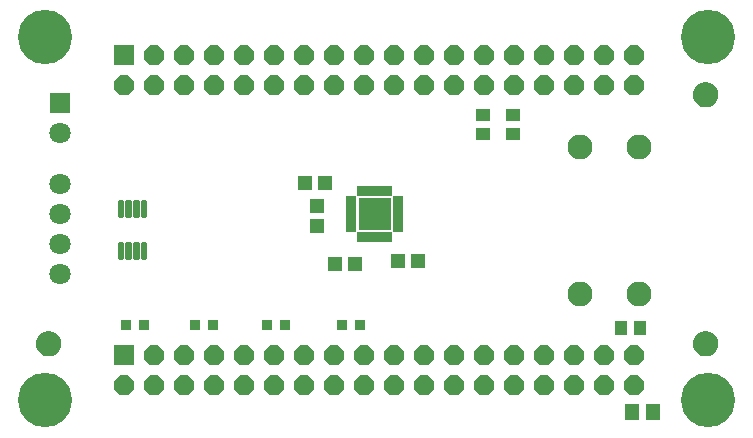
<source format=gbr>
G04 EAGLE Gerber RS-274X export*
G75*
%MOMM*%
%FSLAX34Y34*%
%LPD*%
%INSoldermask Top*%
%IPPOS*%
%AMOC8*
5,1,8,0,0,1.08239X$1,22.5*%
G01*
%ADD10R,1.676400X1.676400*%
%ADD11P,1.814519X8X22.500000*%
%ADD12C,2.112400*%
%ADD13C,0.254103*%
%ADD14R,0.952400X0.952400*%
%ADD15R,1.252400X1.152400*%
%ADD16R,1.102359X1.183641*%
%ADD17R,0.902400X0.502400*%
%ADD18R,0.502400X0.902400*%
%ADD19R,2.752400X2.752400*%
%ADD20C,1.803400*%
%ADD21R,1.152400X1.252400*%
%ADD22C,4.597400*%
%ADD23C,0.609600*%
%ADD24C,1.168400*%
%ADD25R,1.295400X1.422400*%
%ADD26R,1.803400X1.803400*%
%ADD27R,1.183641X1.102359*%


D10*
X102280Y327920D03*
D11*
X102280Y302520D03*
X127680Y327920D03*
X127680Y302520D03*
X153080Y327920D03*
X153080Y302520D03*
X178480Y327920D03*
X178480Y302520D03*
X203880Y327920D03*
X203880Y302520D03*
X229280Y327920D03*
X229280Y302520D03*
X254680Y327920D03*
X254680Y302520D03*
X280080Y327920D03*
X280080Y302520D03*
X305480Y327920D03*
X305480Y302520D03*
X330880Y327920D03*
X330880Y302520D03*
X356280Y327920D03*
X356280Y302520D03*
X381680Y327920D03*
X381680Y302520D03*
X407080Y327920D03*
X407080Y302520D03*
X432480Y327920D03*
X432480Y302520D03*
X457880Y327920D03*
X457880Y302520D03*
X483280Y327920D03*
X483280Y302520D03*
X508680Y327920D03*
X508680Y302520D03*
X534080Y327920D03*
X534080Y302520D03*
D10*
X102280Y73920D03*
D11*
X102280Y48520D03*
X127680Y73920D03*
X127680Y48520D03*
X153080Y73920D03*
X153080Y48520D03*
X178480Y73920D03*
X178480Y48520D03*
X203880Y73920D03*
X203880Y48520D03*
X229280Y73920D03*
X229280Y48520D03*
X254680Y73920D03*
X254680Y48520D03*
X280080Y73920D03*
X280080Y48520D03*
X305480Y73920D03*
X305480Y48520D03*
X330880Y73920D03*
X330880Y48520D03*
X356280Y73920D03*
X356280Y48520D03*
X381680Y73920D03*
X381680Y48520D03*
X407080Y73920D03*
X407080Y48520D03*
X432480Y73920D03*
X432480Y48520D03*
X457880Y73920D03*
X457880Y48520D03*
X483280Y73920D03*
X483280Y48520D03*
X508680Y73920D03*
X508680Y48520D03*
X534080Y73920D03*
X534080Y48520D03*
D12*
X538080Y125460D03*
X488080Y125460D03*
X488080Y250460D03*
X538080Y250460D03*
D13*
X100962Y169232D02*
X100962Y156048D01*
X97978Y156048D01*
X97978Y169232D01*
X100962Y169232D01*
X100962Y158462D02*
X97978Y158462D01*
X97978Y160876D02*
X100962Y160876D01*
X100962Y163290D02*
X97978Y163290D01*
X97978Y165704D02*
X100962Y165704D01*
X100962Y168118D02*
X97978Y168118D01*
X107462Y169232D02*
X107462Y156048D01*
X104478Y156048D01*
X104478Y169232D01*
X107462Y169232D01*
X107462Y158462D02*
X104478Y158462D01*
X104478Y160876D02*
X107462Y160876D01*
X107462Y163290D02*
X104478Y163290D01*
X104478Y165704D02*
X107462Y165704D01*
X107462Y168118D02*
X104478Y168118D01*
X113962Y169232D02*
X113962Y156048D01*
X110978Y156048D01*
X110978Y169232D01*
X113962Y169232D01*
X113962Y158462D02*
X110978Y158462D01*
X110978Y160876D02*
X113962Y160876D01*
X113962Y163290D02*
X110978Y163290D01*
X110978Y165704D02*
X113962Y165704D01*
X113962Y168118D02*
X110978Y168118D01*
X120462Y169232D02*
X120462Y156048D01*
X117478Y156048D01*
X117478Y169232D01*
X120462Y169232D01*
X120462Y158462D02*
X117478Y158462D01*
X117478Y160876D02*
X120462Y160876D01*
X120462Y163290D02*
X117478Y163290D01*
X117478Y165704D02*
X120462Y165704D01*
X120462Y168118D02*
X117478Y168118D01*
X120462Y191448D02*
X120462Y204632D01*
X120462Y191448D02*
X117478Y191448D01*
X117478Y204632D01*
X120462Y204632D01*
X120462Y193862D02*
X117478Y193862D01*
X117478Y196276D02*
X120462Y196276D01*
X120462Y198690D02*
X117478Y198690D01*
X117478Y201104D02*
X120462Y201104D01*
X120462Y203518D02*
X117478Y203518D01*
X113962Y204632D02*
X113962Y191448D01*
X110978Y191448D01*
X110978Y204632D01*
X113962Y204632D01*
X113962Y193862D02*
X110978Y193862D01*
X110978Y196276D02*
X113962Y196276D01*
X113962Y198690D02*
X110978Y198690D01*
X110978Y201104D02*
X113962Y201104D01*
X113962Y203518D02*
X110978Y203518D01*
X107462Y204632D02*
X107462Y191448D01*
X104478Y191448D01*
X104478Y204632D01*
X107462Y204632D01*
X107462Y193862D02*
X104478Y193862D01*
X104478Y196276D02*
X107462Y196276D01*
X107462Y198690D02*
X104478Y198690D01*
X104478Y201104D02*
X107462Y201104D01*
X107462Y203518D02*
X104478Y203518D01*
X100962Y204632D02*
X100962Y191448D01*
X97978Y191448D01*
X97978Y204632D01*
X100962Y204632D01*
X100962Y193862D02*
X97978Y193862D01*
X97978Y196276D02*
X100962Y196276D01*
X100962Y198690D02*
X97978Y198690D01*
X97978Y201104D02*
X100962Y201104D01*
X100962Y203518D02*
X97978Y203518D01*
D14*
X104260Y99060D03*
X119260Y99060D03*
D15*
X281060Y151130D03*
X298060Y151130D03*
D14*
X162680Y99060D03*
X177680Y99060D03*
X223640Y99060D03*
X238640Y99060D03*
X287140Y99060D03*
X302140Y99060D03*
D16*
X522859Y96520D03*
X538861Y96520D03*
D17*
X294890Y205860D03*
X294890Y200860D03*
X294890Y195860D03*
X294890Y190860D03*
X294890Y185860D03*
X294890Y180860D03*
X334390Y205860D03*
X334390Y200860D03*
X334390Y195860D03*
X334390Y190860D03*
X334390Y185860D03*
X334390Y180860D03*
D18*
X317140Y213110D03*
X302140Y213110D03*
X307140Y213110D03*
X312140Y213110D03*
X322140Y213110D03*
X327140Y213110D03*
X327140Y173610D03*
X322140Y173610D03*
X317140Y173610D03*
X312140Y173610D03*
X307140Y173610D03*
X302140Y173610D03*
D19*
X314640Y193360D03*
D20*
X48260Y218440D03*
X48260Y193040D03*
X48260Y167640D03*
X48260Y142240D03*
D21*
X265430Y183270D03*
X265430Y200270D03*
D15*
X351400Y153670D03*
X334400Y153670D03*
X255660Y219710D03*
X272660Y219710D03*
D22*
X35560Y342900D03*
X35560Y35560D03*
X596900Y35560D03*
X596900Y342900D03*
D23*
X586740Y83820D02*
X586742Y84007D01*
X586749Y84194D01*
X586761Y84381D01*
X586777Y84567D01*
X586797Y84753D01*
X586822Y84938D01*
X586852Y85123D01*
X586886Y85307D01*
X586925Y85490D01*
X586968Y85672D01*
X587016Y85852D01*
X587068Y86032D01*
X587125Y86210D01*
X587185Y86387D01*
X587251Y86562D01*
X587320Y86736D01*
X587394Y86908D01*
X587472Y87078D01*
X587554Y87246D01*
X587640Y87412D01*
X587730Y87576D01*
X587824Y87737D01*
X587922Y87897D01*
X588024Y88053D01*
X588130Y88208D01*
X588240Y88359D01*
X588353Y88508D01*
X588470Y88654D01*
X588590Y88797D01*
X588714Y88937D01*
X588841Y89074D01*
X588972Y89208D01*
X589106Y89339D01*
X589243Y89466D01*
X589383Y89590D01*
X589526Y89710D01*
X589672Y89827D01*
X589821Y89940D01*
X589972Y90050D01*
X590127Y90156D01*
X590283Y90258D01*
X590443Y90356D01*
X590604Y90450D01*
X590768Y90540D01*
X590934Y90626D01*
X591102Y90708D01*
X591272Y90786D01*
X591444Y90860D01*
X591618Y90929D01*
X591793Y90995D01*
X591970Y91055D01*
X592148Y91112D01*
X592328Y91164D01*
X592508Y91212D01*
X592690Y91255D01*
X592873Y91294D01*
X593057Y91328D01*
X593242Y91358D01*
X593427Y91383D01*
X593613Y91403D01*
X593799Y91419D01*
X593986Y91431D01*
X594173Y91438D01*
X594360Y91440D01*
X594547Y91438D01*
X594734Y91431D01*
X594921Y91419D01*
X595107Y91403D01*
X595293Y91383D01*
X595478Y91358D01*
X595663Y91328D01*
X595847Y91294D01*
X596030Y91255D01*
X596212Y91212D01*
X596392Y91164D01*
X596572Y91112D01*
X596750Y91055D01*
X596927Y90995D01*
X597102Y90929D01*
X597276Y90860D01*
X597448Y90786D01*
X597618Y90708D01*
X597786Y90626D01*
X597952Y90540D01*
X598116Y90450D01*
X598277Y90356D01*
X598437Y90258D01*
X598593Y90156D01*
X598748Y90050D01*
X598899Y89940D01*
X599048Y89827D01*
X599194Y89710D01*
X599337Y89590D01*
X599477Y89466D01*
X599614Y89339D01*
X599748Y89208D01*
X599879Y89074D01*
X600006Y88937D01*
X600130Y88797D01*
X600250Y88654D01*
X600367Y88508D01*
X600480Y88359D01*
X600590Y88208D01*
X600696Y88053D01*
X600798Y87897D01*
X600896Y87737D01*
X600990Y87576D01*
X601080Y87412D01*
X601166Y87246D01*
X601248Y87078D01*
X601326Y86908D01*
X601400Y86736D01*
X601469Y86562D01*
X601535Y86387D01*
X601595Y86210D01*
X601652Y86032D01*
X601704Y85852D01*
X601752Y85672D01*
X601795Y85490D01*
X601834Y85307D01*
X601868Y85123D01*
X601898Y84938D01*
X601923Y84753D01*
X601943Y84567D01*
X601959Y84381D01*
X601971Y84194D01*
X601978Y84007D01*
X601980Y83820D01*
X601978Y83633D01*
X601971Y83446D01*
X601959Y83259D01*
X601943Y83073D01*
X601923Y82887D01*
X601898Y82702D01*
X601868Y82517D01*
X601834Y82333D01*
X601795Y82150D01*
X601752Y81968D01*
X601704Y81788D01*
X601652Y81608D01*
X601595Y81430D01*
X601535Y81253D01*
X601469Y81078D01*
X601400Y80904D01*
X601326Y80732D01*
X601248Y80562D01*
X601166Y80394D01*
X601080Y80228D01*
X600990Y80064D01*
X600896Y79903D01*
X600798Y79743D01*
X600696Y79587D01*
X600590Y79432D01*
X600480Y79281D01*
X600367Y79132D01*
X600250Y78986D01*
X600130Y78843D01*
X600006Y78703D01*
X599879Y78566D01*
X599748Y78432D01*
X599614Y78301D01*
X599477Y78174D01*
X599337Y78050D01*
X599194Y77930D01*
X599048Y77813D01*
X598899Y77700D01*
X598748Y77590D01*
X598593Y77484D01*
X598437Y77382D01*
X598277Y77284D01*
X598116Y77190D01*
X597952Y77100D01*
X597786Y77014D01*
X597618Y76932D01*
X597448Y76854D01*
X597276Y76780D01*
X597102Y76711D01*
X596927Y76645D01*
X596750Y76585D01*
X596572Y76528D01*
X596392Y76476D01*
X596212Y76428D01*
X596030Y76385D01*
X595847Y76346D01*
X595663Y76312D01*
X595478Y76282D01*
X595293Y76257D01*
X595107Y76237D01*
X594921Y76221D01*
X594734Y76209D01*
X594547Y76202D01*
X594360Y76200D01*
X594173Y76202D01*
X593986Y76209D01*
X593799Y76221D01*
X593613Y76237D01*
X593427Y76257D01*
X593242Y76282D01*
X593057Y76312D01*
X592873Y76346D01*
X592690Y76385D01*
X592508Y76428D01*
X592328Y76476D01*
X592148Y76528D01*
X591970Y76585D01*
X591793Y76645D01*
X591618Y76711D01*
X591444Y76780D01*
X591272Y76854D01*
X591102Y76932D01*
X590934Y77014D01*
X590768Y77100D01*
X590604Y77190D01*
X590443Y77284D01*
X590283Y77382D01*
X590127Y77484D01*
X589972Y77590D01*
X589821Y77700D01*
X589672Y77813D01*
X589526Y77930D01*
X589383Y78050D01*
X589243Y78174D01*
X589106Y78301D01*
X588972Y78432D01*
X588841Y78566D01*
X588714Y78703D01*
X588590Y78843D01*
X588470Y78986D01*
X588353Y79132D01*
X588240Y79281D01*
X588130Y79432D01*
X588024Y79587D01*
X587922Y79743D01*
X587824Y79903D01*
X587730Y80064D01*
X587640Y80228D01*
X587554Y80394D01*
X587472Y80562D01*
X587394Y80732D01*
X587320Y80904D01*
X587251Y81078D01*
X587185Y81253D01*
X587125Y81430D01*
X587068Y81608D01*
X587016Y81788D01*
X586968Y81968D01*
X586925Y82150D01*
X586886Y82333D01*
X586852Y82517D01*
X586822Y82702D01*
X586797Y82887D01*
X586777Y83073D01*
X586761Y83259D01*
X586749Y83446D01*
X586742Y83633D01*
X586740Y83820D01*
D24*
X594360Y83820D03*
D23*
X30480Y83820D02*
X30482Y84007D01*
X30489Y84194D01*
X30501Y84381D01*
X30517Y84567D01*
X30537Y84753D01*
X30562Y84938D01*
X30592Y85123D01*
X30626Y85307D01*
X30665Y85490D01*
X30708Y85672D01*
X30756Y85852D01*
X30808Y86032D01*
X30865Y86210D01*
X30925Y86387D01*
X30991Y86562D01*
X31060Y86736D01*
X31134Y86908D01*
X31212Y87078D01*
X31294Y87246D01*
X31380Y87412D01*
X31470Y87576D01*
X31564Y87737D01*
X31662Y87897D01*
X31764Y88053D01*
X31870Y88208D01*
X31980Y88359D01*
X32093Y88508D01*
X32210Y88654D01*
X32330Y88797D01*
X32454Y88937D01*
X32581Y89074D01*
X32712Y89208D01*
X32846Y89339D01*
X32983Y89466D01*
X33123Y89590D01*
X33266Y89710D01*
X33412Y89827D01*
X33561Y89940D01*
X33712Y90050D01*
X33867Y90156D01*
X34023Y90258D01*
X34183Y90356D01*
X34344Y90450D01*
X34508Y90540D01*
X34674Y90626D01*
X34842Y90708D01*
X35012Y90786D01*
X35184Y90860D01*
X35358Y90929D01*
X35533Y90995D01*
X35710Y91055D01*
X35888Y91112D01*
X36068Y91164D01*
X36248Y91212D01*
X36430Y91255D01*
X36613Y91294D01*
X36797Y91328D01*
X36982Y91358D01*
X37167Y91383D01*
X37353Y91403D01*
X37539Y91419D01*
X37726Y91431D01*
X37913Y91438D01*
X38100Y91440D01*
X38287Y91438D01*
X38474Y91431D01*
X38661Y91419D01*
X38847Y91403D01*
X39033Y91383D01*
X39218Y91358D01*
X39403Y91328D01*
X39587Y91294D01*
X39770Y91255D01*
X39952Y91212D01*
X40132Y91164D01*
X40312Y91112D01*
X40490Y91055D01*
X40667Y90995D01*
X40842Y90929D01*
X41016Y90860D01*
X41188Y90786D01*
X41358Y90708D01*
X41526Y90626D01*
X41692Y90540D01*
X41856Y90450D01*
X42017Y90356D01*
X42177Y90258D01*
X42333Y90156D01*
X42488Y90050D01*
X42639Y89940D01*
X42788Y89827D01*
X42934Y89710D01*
X43077Y89590D01*
X43217Y89466D01*
X43354Y89339D01*
X43488Y89208D01*
X43619Y89074D01*
X43746Y88937D01*
X43870Y88797D01*
X43990Y88654D01*
X44107Y88508D01*
X44220Y88359D01*
X44330Y88208D01*
X44436Y88053D01*
X44538Y87897D01*
X44636Y87737D01*
X44730Y87576D01*
X44820Y87412D01*
X44906Y87246D01*
X44988Y87078D01*
X45066Y86908D01*
X45140Y86736D01*
X45209Y86562D01*
X45275Y86387D01*
X45335Y86210D01*
X45392Y86032D01*
X45444Y85852D01*
X45492Y85672D01*
X45535Y85490D01*
X45574Y85307D01*
X45608Y85123D01*
X45638Y84938D01*
X45663Y84753D01*
X45683Y84567D01*
X45699Y84381D01*
X45711Y84194D01*
X45718Y84007D01*
X45720Y83820D01*
X45718Y83633D01*
X45711Y83446D01*
X45699Y83259D01*
X45683Y83073D01*
X45663Y82887D01*
X45638Y82702D01*
X45608Y82517D01*
X45574Y82333D01*
X45535Y82150D01*
X45492Y81968D01*
X45444Y81788D01*
X45392Y81608D01*
X45335Y81430D01*
X45275Y81253D01*
X45209Y81078D01*
X45140Y80904D01*
X45066Y80732D01*
X44988Y80562D01*
X44906Y80394D01*
X44820Y80228D01*
X44730Y80064D01*
X44636Y79903D01*
X44538Y79743D01*
X44436Y79587D01*
X44330Y79432D01*
X44220Y79281D01*
X44107Y79132D01*
X43990Y78986D01*
X43870Y78843D01*
X43746Y78703D01*
X43619Y78566D01*
X43488Y78432D01*
X43354Y78301D01*
X43217Y78174D01*
X43077Y78050D01*
X42934Y77930D01*
X42788Y77813D01*
X42639Y77700D01*
X42488Y77590D01*
X42333Y77484D01*
X42177Y77382D01*
X42017Y77284D01*
X41856Y77190D01*
X41692Y77100D01*
X41526Y77014D01*
X41358Y76932D01*
X41188Y76854D01*
X41016Y76780D01*
X40842Y76711D01*
X40667Y76645D01*
X40490Y76585D01*
X40312Y76528D01*
X40132Y76476D01*
X39952Y76428D01*
X39770Y76385D01*
X39587Y76346D01*
X39403Y76312D01*
X39218Y76282D01*
X39033Y76257D01*
X38847Y76237D01*
X38661Y76221D01*
X38474Y76209D01*
X38287Y76202D01*
X38100Y76200D01*
X37913Y76202D01*
X37726Y76209D01*
X37539Y76221D01*
X37353Y76237D01*
X37167Y76257D01*
X36982Y76282D01*
X36797Y76312D01*
X36613Y76346D01*
X36430Y76385D01*
X36248Y76428D01*
X36068Y76476D01*
X35888Y76528D01*
X35710Y76585D01*
X35533Y76645D01*
X35358Y76711D01*
X35184Y76780D01*
X35012Y76854D01*
X34842Y76932D01*
X34674Y77014D01*
X34508Y77100D01*
X34344Y77190D01*
X34183Y77284D01*
X34023Y77382D01*
X33867Y77484D01*
X33712Y77590D01*
X33561Y77700D01*
X33412Y77813D01*
X33266Y77930D01*
X33123Y78050D01*
X32983Y78174D01*
X32846Y78301D01*
X32712Y78432D01*
X32581Y78566D01*
X32454Y78703D01*
X32330Y78843D01*
X32210Y78986D01*
X32093Y79132D01*
X31980Y79281D01*
X31870Y79432D01*
X31764Y79587D01*
X31662Y79743D01*
X31564Y79903D01*
X31470Y80064D01*
X31380Y80228D01*
X31294Y80394D01*
X31212Y80562D01*
X31134Y80732D01*
X31060Y80904D01*
X30991Y81078D01*
X30925Y81253D01*
X30865Y81430D01*
X30808Y81608D01*
X30756Y81788D01*
X30708Y81968D01*
X30665Y82150D01*
X30626Y82333D01*
X30592Y82517D01*
X30562Y82702D01*
X30537Y82887D01*
X30517Y83073D01*
X30501Y83259D01*
X30489Y83446D01*
X30482Y83633D01*
X30480Y83820D01*
D24*
X38100Y83820D03*
D23*
X586740Y294640D02*
X586742Y294827D01*
X586749Y295014D01*
X586761Y295201D01*
X586777Y295387D01*
X586797Y295573D01*
X586822Y295758D01*
X586852Y295943D01*
X586886Y296127D01*
X586925Y296310D01*
X586968Y296492D01*
X587016Y296672D01*
X587068Y296852D01*
X587125Y297030D01*
X587185Y297207D01*
X587251Y297382D01*
X587320Y297556D01*
X587394Y297728D01*
X587472Y297898D01*
X587554Y298066D01*
X587640Y298232D01*
X587730Y298396D01*
X587824Y298557D01*
X587922Y298717D01*
X588024Y298873D01*
X588130Y299028D01*
X588240Y299179D01*
X588353Y299328D01*
X588470Y299474D01*
X588590Y299617D01*
X588714Y299757D01*
X588841Y299894D01*
X588972Y300028D01*
X589106Y300159D01*
X589243Y300286D01*
X589383Y300410D01*
X589526Y300530D01*
X589672Y300647D01*
X589821Y300760D01*
X589972Y300870D01*
X590127Y300976D01*
X590283Y301078D01*
X590443Y301176D01*
X590604Y301270D01*
X590768Y301360D01*
X590934Y301446D01*
X591102Y301528D01*
X591272Y301606D01*
X591444Y301680D01*
X591618Y301749D01*
X591793Y301815D01*
X591970Y301875D01*
X592148Y301932D01*
X592328Y301984D01*
X592508Y302032D01*
X592690Y302075D01*
X592873Y302114D01*
X593057Y302148D01*
X593242Y302178D01*
X593427Y302203D01*
X593613Y302223D01*
X593799Y302239D01*
X593986Y302251D01*
X594173Y302258D01*
X594360Y302260D01*
X594547Y302258D01*
X594734Y302251D01*
X594921Y302239D01*
X595107Y302223D01*
X595293Y302203D01*
X595478Y302178D01*
X595663Y302148D01*
X595847Y302114D01*
X596030Y302075D01*
X596212Y302032D01*
X596392Y301984D01*
X596572Y301932D01*
X596750Y301875D01*
X596927Y301815D01*
X597102Y301749D01*
X597276Y301680D01*
X597448Y301606D01*
X597618Y301528D01*
X597786Y301446D01*
X597952Y301360D01*
X598116Y301270D01*
X598277Y301176D01*
X598437Y301078D01*
X598593Y300976D01*
X598748Y300870D01*
X598899Y300760D01*
X599048Y300647D01*
X599194Y300530D01*
X599337Y300410D01*
X599477Y300286D01*
X599614Y300159D01*
X599748Y300028D01*
X599879Y299894D01*
X600006Y299757D01*
X600130Y299617D01*
X600250Y299474D01*
X600367Y299328D01*
X600480Y299179D01*
X600590Y299028D01*
X600696Y298873D01*
X600798Y298717D01*
X600896Y298557D01*
X600990Y298396D01*
X601080Y298232D01*
X601166Y298066D01*
X601248Y297898D01*
X601326Y297728D01*
X601400Y297556D01*
X601469Y297382D01*
X601535Y297207D01*
X601595Y297030D01*
X601652Y296852D01*
X601704Y296672D01*
X601752Y296492D01*
X601795Y296310D01*
X601834Y296127D01*
X601868Y295943D01*
X601898Y295758D01*
X601923Y295573D01*
X601943Y295387D01*
X601959Y295201D01*
X601971Y295014D01*
X601978Y294827D01*
X601980Y294640D01*
X601978Y294453D01*
X601971Y294266D01*
X601959Y294079D01*
X601943Y293893D01*
X601923Y293707D01*
X601898Y293522D01*
X601868Y293337D01*
X601834Y293153D01*
X601795Y292970D01*
X601752Y292788D01*
X601704Y292608D01*
X601652Y292428D01*
X601595Y292250D01*
X601535Y292073D01*
X601469Y291898D01*
X601400Y291724D01*
X601326Y291552D01*
X601248Y291382D01*
X601166Y291214D01*
X601080Y291048D01*
X600990Y290884D01*
X600896Y290723D01*
X600798Y290563D01*
X600696Y290407D01*
X600590Y290252D01*
X600480Y290101D01*
X600367Y289952D01*
X600250Y289806D01*
X600130Y289663D01*
X600006Y289523D01*
X599879Y289386D01*
X599748Y289252D01*
X599614Y289121D01*
X599477Y288994D01*
X599337Y288870D01*
X599194Y288750D01*
X599048Y288633D01*
X598899Y288520D01*
X598748Y288410D01*
X598593Y288304D01*
X598437Y288202D01*
X598277Y288104D01*
X598116Y288010D01*
X597952Y287920D01*
X597786Y287834D01*
X597618Y287752D01*
X597448Y287674D01*
X597276Y287600D01*
X597102Y287531D01*
X596927Y287465D01*
X596750Y287405D01*
X596572Y287348D01*
X596392Y287296D01*
X596212Y287248D01*
X596030Y287205D01*
X595847Y287166D01*
X595663Y287132D01*
X595478Y287102D01*
X595293Y287077D01*
X595107Y287057D01*
X594921Y287041D01*
X594734Y287029D01*
X594547Y287022D01*
X594360Y287020D01*
X594173Y287022D01*
X593986Y287029D01*
X593799Y287041D01*
X593613Y287057D01*
X593427Y287077D01*
X593242Y287102D01*
X593057Y287132D01*
X592873Y287166D01*
X592690Y287205D01*
X592508Y287248D01*
X592328Y287296D01*
X592148Y287348D01*
X591970Y287405D01*
X591793Y287465D01*
X591618Y287531D01*
X591444Y287600D01*
X591272Y287674D01*
X591102Y287752D01*
X590934Y287834D01*
X590768Y287920D01*
X590604Y288010D01*
X590443Y288104D01*
X590283Y288202D01*
X590127Y288304D01*
X589972Y288410D01*
X589821Y288520D01*
X589672Y288633D01*
X589526Y288750D01*
X589383Y288870D01*
X589243Y288994D01*
X589106Y289121D01*
X588972Y289252D01*
X588841Y289386D01*
X588714Y289523D01*
X588590Y289663D01*
X588470Y289806D01*
X588353Y289952D01*
X588240Y290101D01*
X588130Y290252D01*
X588024Y290407D01*
X587922Y290563D01*
X587824Y290723D01*
X587730Y290884D01*
X587640Y291048D01*
X587554Y291214D01*
X587472Y291382D01*
X587394Y291552D01*
X587320Y291724D01*
X587251Y291898D01*
X587185Y292073D01*
X587125Y292250D01*
X587068Y292428D01*
X587016Y292608D01*
X586968Y292788D01*
X586925Y292970D01*
X586886Y293153D01*
X586852Y293337D01*
X586822Y293522D01*
X586797Y293707D01*
X586777Y293893D01*
X586761Y294079D01*
X586749Y294266D01*
X586742Y294453D01*
X586740Y294640D01*
D24*
X594360Y294640D03*
D25*
X532130Y25400D03*
X549910Y25400D03*
D26*
X48260Y287020D03*
D20*
X48260Y261620D03*
D27*
X431800Y261239D03*
X431800Y277241D03*
X406400Y261239D03*
X406400Y277241D03*
M02*

</source>
